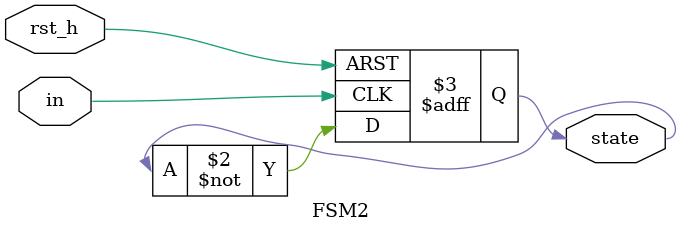
<source format=v>
module FSM2(in, rst_h, state);
    input in;
    input rst_h;
    output reg state;
  
    always@(posedge in or posedge rst_h) 
        if (rst_h) state <= 1'b1;
        else state <= ~state;
    
endmodule
</source>
